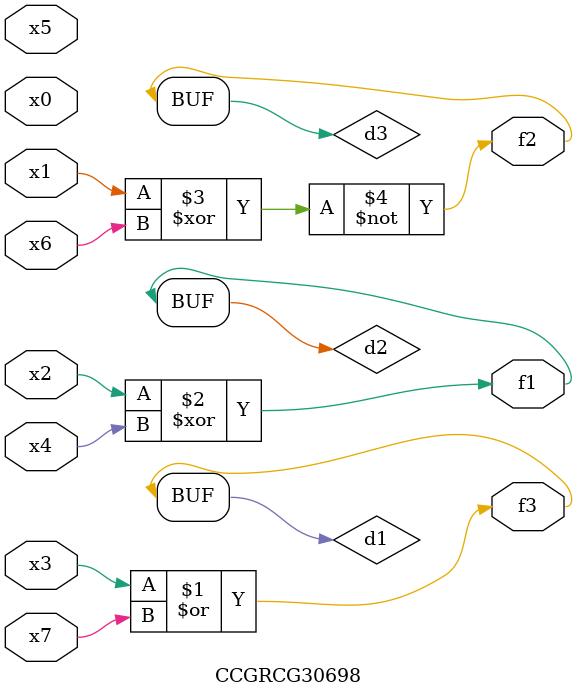
<source format=v>
module CCGRCG30698(
	input x0, x1, x2, x3, x4, x5, x6, x7,
	output f1, f2, f3
);

	wire d1, d2, d3;

	or (d1, x3, x7);
	xor (d2, x2, x4);
	xnor (d3, x1, x6);
	assign f1 = d2;
	assign f2 = d3;
	assign f3 = d1;
endmodule

</source>
